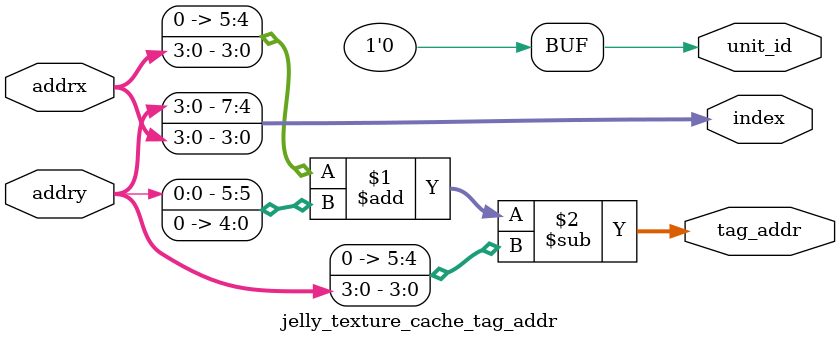
<source format=v>
module jelly_texture_cache_tag_addr(	// file.cleaned.mlir:2:3
  input  [3:0] addrx,	// file.cleaned.mlir:2:46
               addry,	// file.cleaned.mlir:2:62
  output       unit_id,	// file.cleaned.mlir:2:79
  output [5:0] tag_addr,	// file.cleaned.mlir:2:97
  output [7:0] index	// file.cleaned.mlir:2:116
);

  assign unit_id = 1'h0;	// file.cleaned.mlir:3:14, :13:5
  assign tag_addr = {2'h0, addrx} + {addry[0], 5'h0} - {2'h0, addry};	// file.cleaned.mlir:4:14, :5:14, :6:10, :7:10, :8:10, :9:10, :10:10, :11:10, :13:5
  assign index = {addry, addrx};	// file.cleaned.mlir:12:10, :13:5
endmodule


</source>
